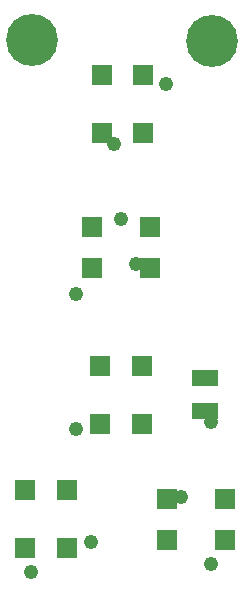
<source format=gts>
%FSLAX25Y25*%
%MOIN*%
G70*
G01*
G75*
G04 Layer_Color=128*
%ADD10R,0.08000X0.05000*%
%ADD11R,0.05906X0.05906*%
%ADD12R,0.05906X0.05906*%
%ADD13C,0.02500*%
%ADD14C,0.16500*%
%ADD15C,0.04000*%
%ADD16R,0.05000X0.08000*%
%ADD17R,0.17716X0.12205*%
%ADD18C,0.01000*%
%ADD19C,0.01200*%
%ADD20R,0.07000X0.04000*%
%ADD21R,0.04906X0.04906*%
%ADD22R,0.04906X0.04906*%
%ADD23R,0.04000X0.07000*%
%ADD24R,0.16716X0.11205*%
%ADD25R,0.08800X0.05800*%
%ADD26R,0.06706X0.06706*%
%ADD27R,0.06706X0.06706*%
%ADD28C,0.17300*%
%ADD29C,0.04800*%
D25*
X570500Y461000D02*
D03*
Y472000D02*
D03*
D26*
X552146Y522390D02*
D03*
Y508610D02*
D03*
X532854Y522390D02*
D03*
Y508610D02*
D03*
X557854Y418110D02*
D03*
Y431890D02*
D03*
X577146Y418110D02*
D03*
Y431890D02*
D03*
D27*
X549890Y553854D02*
D03*
X536110D02*
D03*
X549890Y573146D02*
D03*
X536110D02*
D03*
X535610Y476146D02*
D03*
X549390D02*
D03*
X535610Y456854D02*
D03*
X549390D02*
D03*
X524390Y415354D02*
D03*
X510610D02*
D03*
X524390Y434646D02*
D03*
X510610D02*
D03*
D28*
X572700Y584400D02*
D03*
X512700Y584700D02*
D03*
D29*
X572500Y410000D02*
D03*
X532500Y417500D02*
D03*
X512500Y407500D02*
D03*
X527500Y500000D02*
D03*
X542500Y525000D02*
D03*
X557500Y570000D02*
D03*
X540000Y550000D02*
D03*
X547500Y510000D02*
D03*
X562500Y432500D02*
D03*
X572500Y457500D02*
D03*
X527500Y455000D02*
D03*
M02*

</source>
